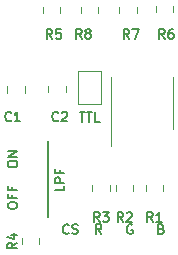
<source format=gbr>
%TF.GenerationSoftware,KiCad,Pcbnew,7.0.7*%
%TF.CreationDate,2023-09-01T15:10:47-05:00*%
%TF.ProjectId,SNES_RGB_BYPASS_AMP,534e4553-5f52-4474-925f-425950415353,rev?*%
%TF.SameCoordinates,Original*%
%TF.FileFunction,Legend,Top*%
%TF.FilePolarity,Positive*%
%FSLAX46Y46*%
G04 Gerber Fmt 4.6, Leading zero omitted, Abs format (unit mm)*
G04 Created by KiCad (PCBNEW 7.0.7) date 2023-09-01 15:10:47*
%MOMM*%
%LPD*%
G01*
G04 APERTURE LIST*
%ADD10C,0.150000*%
%ADD11C,0.120000*%
G04 APERTURE END LIST*
D10*
X133246303Y-96318104D02*
X133208207Y-96356200D01*
X133208207Y-96356200D02*
X133093922Y-96394295D01*
X133093922Y-96394295D02*
X133017731Y-96394295D01*
X133017731Y-96394295D02*
X132903445Y-96356200D01*
X132903445Y-96356200D02*
X132827255Y-96280009D01*
X132827255Y-96280009D02*
X132789160Y-96203819D01*
X132789160Y-96203819D02*
X132751064Y-96051438D01*
X132751064Y-96051438D02*
X132751064Y-95937152D01*
X132751064Y-95937152D02*
X132789160Y-95784771D01*
X132789160Y-95784771D02*
X132827255Y-95708580D01*
X132827255Y-95708580D02*
X132903445Y-95632390D01*
X132903445Y-95632390D02*
X133017731Y-95594295D01*
X133017731Y-95594295D02*
X133093922Y-95594295D01*
X133093922Y-95594295D02*
X133208207Y-95632390D01*
X133208207Y-95632390D02*
X133246303Y-95670485D01*
X133551064Y-96356200D02*
X133665350Y-96394295D01*
X133665350Y-96394295D02*
X133855826Y-96394295D01*
X133855826Y-96394295D02*
X133932017Y-96356200D01*
X133932017Y-96356200D02*
X133970112Y-96318104D01*
X133970112Y-96318104D02*
X134008207Y-96241914D01*
X134008207Y-96241914D02*
X134008207Y-96165723D01*
X134008207Y-96165723D02*
X133970112Y-96089533D01*
X133970112Y-96089533D02*
X133932017Y-96051438D01*
X133932017Y-96051438D02*
X133855826Y-96013342D01*
X133855826Y-96013342D02*
X133703445Y-95975247D01*
X133703445Y-95975247D02*
X133627255Y-95937152D01*
X133627255Y-95937152D02*
X133589160Y-95899057D01*
X133589160Y-95899057D02*
X133551064Y-95822866D01*
X133551064Y-95822866D02*
X133551064Y-95746676D01*
X133551064Y-95746676D02*
X133589160Y-95670485D01*
X133589160Y-95670485D02*
X133627255Y-95632390D01*
X133627255Y-95632390D02*
X133703445Y-95594295D01*
X133703445Y-95594295D02*
X133893922Y-95594295D01*
X133893922Y-95594295D02*
X134008207Y-95632390D01*
X136027256Y-96394295D02*
X135760589Y-96013342D01*
X135570113Y-96394295D02*
X135570113Y-95594295D01*
X135570113Y-95594295D02*
X135874875Y-95594295D01*
X135874875Y-95594295D02*
X135951065Y-95632390D01*
X135951065Y-95632390D02*
X135989160Y-95670485D01*
X135989160Y-95670485D02*
X136027256Y-95746676D01*
X136027256Y-95746676D02*
X136027256Y-95860961D01*
X136027256Y-95860961D02*
X135989160Y-95937152D01*
X135989160Y-95937152D02*
X135951065Y-95975247D01*
X135951065Y-95975247D02*
X135874875Y-96013342D01*
X135874875Y-96013342D02*
X135570113Y-96013342D01*
X138617732Y-95632390D02*
X138541542Y-95594295D01*
X138541542Y-95594295D02*
X138427256Y-95594295D01*
X138427256Y-95594295D02*
X138312970Y-95632390D01*
X138312970Y-95632390D02*
X138236780Y-95708580D01*
X138236780Y-95708580D02*
X138198685Y-95784771D01*
X138198685Y-95784771D02*
X138160589Y-95937152D01*
X138160589Y-95937152D02*
X138160589Y-96051438D01*
X138160589Y-96051438D02*
X138198685Y-96203819D01*
X138198685Y-96203819D02*
X138236780Y-96280009D01*
X138236780Y-96280009D02*
X138312970Y-96356200D01*
X138312970Y-96356200D02*
X138427256Y-96394295D01*
X138427256Y-96394295D02*
X138503447Y-96394295D01*
X138503447Y-96394295D02*
X138617732Y-96356200D01*
X138617732Y-96356200D02*
X138655828Y-96318104D01*
X138655828Y-96318104D02*
X138655828Y-96051438D01*
X138655828Y-96051438D02*
X138503447Y-96051438D01*
X141093923Y-95975247D02*
X141208209Y-96013342D01*
X141208209Y-96013342D02*
X141246304Y-96051438D01*
X141246304Y-96051438D02*
X141284400Y-96127628D01*
X141284400Y-96127628D02*
X141284400Y-96241914D01*
X141284400Y-96241914D02*
X141246304Y-96318104D01*
X141246304Y-96318104D02*
X141208209Y-96356200D01*
X141208209Y-96356200D02*
X141132019Y-96394295D01*
X141132019Y-96394295D02*
X140827257Y-96394295D01*
X140827257Y-96394295D02*
X140827257Y-95594295D01*
X140827257Y-95594295D02*
X141093923Y-95594295D01*
X141093923Y-95594295D02*
X141170114Y-95632390D01*
X141170114Y-95632390D02*
X141208209Y-95670485D01*
X141208209Y-95670485D02*
X141246304Y-95746676D01*
X141246304Y-95746676D02*
X141246304Y-95822866D01*
X141246304Y-95822866D02*
X141208209Y-95899057D01*
X141208209Y-95899057D02*
X141170114Y-95937152D01*
X141170114Y-95937152D02*
X141093923Y-95975247D01*
X141093923Y-95975247D02*
X140827257Y-95975247D01*
X131500000Y-88500000D02*
X131500000Y-95000000D01*
X134174874Y-86094295D02*
X134632017Y-86094295D01*
X134403445Y-86894295D02*
X134403445Y-86094295D01*
X134784398Y-86094295D02*
X135241541Y-86094295D01*
X135012969Y-86894295D02*
X135012969Y-86094295D01*
X135889160Y-86894295D02*
X135508208Y-86894295D01*
X135508208Y-86894295D02*
X135508208Y-86094295D01*
X128094295Y-90558458D02*
X128094295Y-90406077D01*
X128094295Y-90406077D02*
X128132390Y-90329887D01*
X128132390Y-90329887D02*
X128208580Y-90253696D01*
X128208580Y-90253696D02*
X128360961Y-90215601D01*
X128360961Y-90215601D02*
X128627628Y-90215601D01*
X128627628Y-90215601D02*
X128780009Y-90253696D01*
X128780009Y-90253696D02*
X128856200Y-90329887D01*
X128856200Y-90329887D02*
X128894295Y-90406077D01*
X128894295Y-90406077D02*
X128894295Y-90558458D01*
X128894295Y-90558458D02*
X128856200Y-90634649D01*
X128856200Y-90634649D02*
X128780009Y-90710839D01*
X128780009Y-90710839D02*
X128627628Y-90748935D01*
X128627628Y-90748935D02*
X128360961Y-90748935D01*
X128360961Y-90748935D02*
X128208580Y-90710839D01*
X128208580Y-90710839D02*
X128132390Y-90634649D01*
X128132390Y-90634649D02*
X128094295Y-90558458D01*
X128894295Y-89872744D02*
X128094295Y-89872744D01*
X128094295Y-89872744D02*
X128894295Y-89415601D01*
X128894295Y-89415601D02*
X128094295Y-89415601D01*
X132894295Y-92329887D02*
X132894295Y-92710839D01*
X132894295Y-92710839D02*
X132094295Y-92710839D01*
X132894295Y-92063220D02*
X132094295Y-92063220D01*
X132094295Y-92063220D02*
X132094295Y-91758458D01*
X132094295Y-91758458D02*
X132132390Y-91682268D01*
X132132390Y-91682268D02*
X132170485Y-91644173D01*
X132170485Y-91644173D02*
X132246676Y-91606077D01*
X132246676Y-91606077D02*
X132360961Y-91606077D01*
X132360961Y-91606077D02*
X132437152Y-91644173D01*
X132437152Y-91644173D02*
X132475247Y-91682268D01*
X132475247Y-91682268D02*
X132513342Y-91758458D01*
X132513342Y-91758458D02*
X132513342Y-92063220D01*
X132475247Y-90996554D02*
X132475247Y-91263220D01*
X132894295Y-91263220D02*
X132094295Y-91263220D01*
X132094295Y-91263220D02*
X132094295Y-90882268D01*
X128094295Y-94058458D02*
X128094295Y-93906077D01*
X128094295Y-93906077D02*
X128132390Y-93829887D01*
X128132390Y-93829887D02*
X128208580Y-93753696D01*
X128208580Y-93753696D02*
X128360961Y-93715601D01*
X128360961Y-93715601D02*
X128627628Y-93715601D01*
X128627628Y-93715601D02*
X128780009Y-93753696D01*
X128780009Y-93753696D02*
X128856200Y-93829887D01*
X128856200Y-93829887D02*
X128894295Y-93906077D01*
X128894295Y-93906077D02*
X128894295Y-94058458D01*
X128894295Y-94058458D02*
X128856200Y-94134649D01*
X128856200Y-94134649D02*
X128780009Y-94210839D01*
X128780009Y-94210839D02*
X128627628Y-94248935D01*
X128627628Y-94248935D02*
X128360961Y-94248935D01*
X128360961Y-94248935D02*
X128208580Y-94210839D01*
X128208580Y-94210839D02*
X128132390Y-94134649D01*
X128132390Y-94134649D02*
X128094295Y-94058458D01*
X128475247Y-93106078D02*
X128475247Y-93372744D01*
X128894295Y-93372744D02*
X128094295Y-93372744D01*
X128094295Y-93372744D02*
X128094295Y-92991792D01*
X128475247Y-92420364D02*
X128475247Y-92687030D01*
X128894295Y-92687030D02*
X128094295Y-92687030D01*
X128094295Y-92687030D02*
X128094295Y-92306078D01*
X128366667Y-86786104D02*
X128328571Y-86824200D01*
X128328571Y-86824200D02*
X128214286Y-86862295D01*
X128214286Y-86862295D02*
X128138095Y-86862295D01*
X128138095Y-86862295D02*
X128023809Y-86824200D01*
X128023809Y-86824200D02*
X127947619Y-86748009D01*
X127947619Y-86748009D02*
X127909524Y-86671819D01*
X127909524Y-86671819D02*
X127871428Y-86519438D01*
X127871428Y-86519438D02*
X127871428Y-86405152D01*
X127871428Y-86405152D02*
X127909524Y-86252771D01*
X127909524Y-86252771D02*
X127947619Y-86176580D01*
X127947619Y-86176580D02*
X128023809Y-86100390D01*
X128023809Y-86100390D02*
X128138095Y-86062295D01*
X128138095Y-86062295D02*
X128214286Y-86062295D01*
X128214286Y-86062295D02*
X128328571Y-86100390D01*
X128328571Y-86100390D02*
X128366667Y-86138485D01*
X129128571Y-86862295D02*
X128671428Y-86862295D01*
X128900000Y-86862295D02*
X128900000Y-86062295D01*
X128900000Y-86062295D02*
X128823809Y-86176580D01*
X128823809Y-86176580D02*
X128747619Y-86252771D01*
X128747619Y-86252771D02*
X128671428Y-86290866D01*
X131866667Y-79862295D02*
X131600000Y-79481342D01*
X131409524Y-79862295D02*
X131409524Y-79062295D01*
X131409524Y-79062295D02*
X131714286Y-79062295D01*
X131714286Y-79062295D02*
X131790476Y-79100390D01*
X131790476Y-79100390D02*
X131828571Y-79138485D01*
X131828571Y-79138485D02*
X131866667Y-79214676D01*
X131866667Y-79214676D02*
X131866667Y-79328961D01*
X131866667Y-79328961D02*
X131828571Y-79405152D01*
X131828571Y-79405152D02*
X131790476Y-79443247D01*
X131790476Y-79443247D02*
X131714286Y-79481342D01*
X131714286Y-79481342D02*
X131409524Y-79481342D01*
X132590476Y-79062295D02*
X132209524Y-79062295D01*
X132209524Y-79062295D02*
X132171428Y-79443247D01*
X132171428Y-79443247D02*
X132209524Y-79405152D01*
X132209524Y-79405152D02*
X132285714Y-79367057D01*
X132285714Y-79367057D02*
X132476190Y-79367057D01*
X132476190Y-79367057D02*
X132552381Y-79405152D01*
X132552381Y-79405152D02*
X132590476Y-79443247D01*
X132590476Y-79443247D02*
X132628571Y-79519438D01*
X132628571Y-79519438D02*
X132628571Y-79709914D01*
X132628571Y-79709914D02*
X132590476Y-79786104D01*
X132590476Y-79786104D02*
X132552381Y-79824200D01*
X132552381Y-79824200D02*
X132476190Y-79862295D01*
X132476190Y-79862295D02*
X132285714Y-79862295D01*
X132285714Y-79862295D02*
X132209524Y-79824200D01*
X132209524Y-79824200D02*
X132171428Y-79786104D01*
X128862295Y-97133332D02*
X128481342Y-97399999D01*
X128862295Y-97590475D02*
X128062295Y-97590475D01*
X128062295Y-97590475D02*
X128062295Y-97285713D01*
X128062295Y-97285713D02*
X128100390Y-97209523D01*
X128100390Y-97209523D02*
X128138485Y-97171428D01*
X128138485Y-97171428D02*
X128214676Y-97133332D01*
X128214676Y-97133332D02*
X128328961Y-97133332D01*
X128328961Y-97133332D02*
X128405152Y-97171428D01*
X128405152Y-97171428D02*
X128443247Y-97209523D01*
X128443247Y-97209523D02*
X128481342Y-97285713D01*
X128481342Y-97285713D02*
X128481342Y-97590475D01*
X128328961Y-96447618D02*
X128862295Y-96447618D01*
X128024200Y-96638094D02*
X128595628Y-96828571D01*
X128595628Y-96828571D02*
X128595628Y-96333332D01*
X135866667Y-95362295D02*
X135600000Y-94981342D01*
X135409524Y-95362295D02*
X135409524Y-94562295D01*
X135409524Y-94562295D02*
X135714286Y-94562295D01*
X135714286Y-94562295D02*
X135790476Y-94600390D01*
X135790476Y-94600390D02*
X135828571Y-94638485D01*
X135828571Y-94638485D02*
X135866667Y-94714676D01*
X135866667Y-94714676D02*
X135866667Y-94828961D01*
X135866667Y-94828961D02*
X135828571Y-94905152D01*
X135828571Y-94905152D02*
X135790476Y-94943247D01*
X135790476Y-94943247D02*
X135714286Y-94981342D01*
X135714286Y-94981342D02*
X135409524Y-94981342D01*
X136133333Y-94562295D02*
X136628571Y-94562295D01*
X136628571Y-94562295D02*
X136361905Y-94867057D01*
X136361905Y-94867057D02*
X136476190Y-94867057D01*
X136476190Y-94867057D02*
X136552381Y-94905152D01*
X136552381Y-94905152D02*
X136590476Y-94943247D01*
X136590476Y-94943247D02*
X136628571Y-95019438D01*
X136628571Y-95019438D02*
X136628571Y-95209914D01*
X136628571Y-95209914D02*
X136590476Y-95286104D01*
X136590476Y-95286104D02*
X136552381Y-95324200D01*
X136552381Y-95324200D02*
X136476190Y-95362295D01*
X136476190Y-95362295D02*
X136247619Y-95362295D01*
X136247619Y-95362295D02*
X136171428Y-95324200D01*
X136171428Y-95324200D02*
X136133333Y-95286104D01*
X137866667Y-95362295D02*
X137600000Y-94981342D01*
X137409524Y-95362295D02*
X137409524Y-94562295D01*
X137409524Y-94562295D02*
X137714286Y-94562295D01*
X137714286Y-94562295D02*
X137790476Y-94600390D01*
X137790476Y-94600390D02*
X137828571Y-94638485D01*
X137828571Y-94638485D02*
X137866667Y-94714676D01*
X137866667Y-94714676D02*
X137866667Y-94828961D01*
X137866667Y-94828961D02*
X137828571Y-94905152D01*
X137828571Y-94905152D02*
X137790476Y-94943247D01*
X137790476Y-94943247D02*
X137714286Y-94981342D01*
X137714286Y-94981342D02*
X137409524Y-94981342D01*
X138171428Y-94638485D02*
X138209524Y-94600390D01*
X138209524Y-94600390D02*
X138285714Y-94562295D01*
X138285714Y-94562295D02*
X138476190Y-94562295D01*
X138476190Y-94562295D02*
X138552381Y-94600390D01*
X138552381Y-94600390D02*
X138590476Y-94638485D01*
X138590476Y-94638485D02*
X138628571Y-94714676D01*
X138628571Y-94714676D02*
X138628571Y-94790866D01*
X138628571Y-94790866D02*
X138590476Y-94905152D01*
X138590476Y-94905152D02*
X138133333Y-95362295D01*
X138133333Y-95362295D02*
X138628571Y-95362295D01*
X138366667Y-79862295D02*
X138100000Y-79481342D01*
X137909524Y-79862295D02*
X137909524Y-79062295D01*
X137909524Y-79062295D02*
X138214286Y-79062295D01*
X138214286Y-79062295D02*
X138290476Y-79100390D01*
X138290476Y-79100390D02*
X138328571Y-79138485D01*
X138328571Y-79138485D02*
X138366667Y-79214676D01*
X138366667Y-79214676D02*
X138366667Y-79328961D01*
X138366667Y-79328961D02*
X138328571Y-79405152D01*
X138328571Y-79405152D02*
X138290476Y-79443247D01*
X138290476Y-79443247D02*
X138214286Y-79481342D01*
X138214286Y-79481342D02*
X137909524Y-79481342D01*
X138633333Y-79062295D02*
X139166667Y-79062295D01*
X139166667Y-79062295D02*
X138823809Y-79862295D01*
X134366667Y-79862295D02*
X134100000Y-79481342D01*
X133909524Y-79862295D02*
X133909524Y-79062295D01*
X133909524Y-79062295D02*
X134214286Y-79062295D01*
X134214286Y-79062295D02*
X134290476Y-79100390D01*
X134290476Y-79100390D02*
X134328571Y-79138485D01*
X134328571Y-79138485D02*
X134366667Y-79214676D01*
X134366667Y-79214676D02*
X134366667Y-79328961D01*
X134366667Y-79328961D02*
X134328571Y-79405152D01*
X134328571Y-79405152D02*
X134290476Y-79443247D01*
X134290476Y-79443247D02*
X134214286Y-79481342D01*
X134214286Y-79481342D02*
X133909524Y-79481342D01*
X134823809Y-79405152D02*
X134747619Y-79367057D01*
X134747619Y-79367057D02*
X134709524Y-79328961D01*
X134709524Y-79328961D02*
X134671428Y-79252771D01*
X134671428Y-79252771D02*
X134671428Y-79214676D01*
X134671428Y-79214676D02*
X134709524Y-79138485D01*
X134709524Y-79138485D02*
X134747619Y-79100390D01*
X134747619Y-79100390D02*
X134823809Y-79062295D01*
X134823809Y-79062295D02*
X134976190Y-79062295D01*
X134976190Y-79062295D02*
X135052381Y-79100390D01*
X135052381Y-79100390D02*
X135090476Y-79138485D01*
X135090476Y-79138485D02*
X135128571Y-79214676D01*
X135128571Y-79214676D02*
X135128571Y-79252771D01*
X135128571Y-79252771D02*
X135090476Y-79328961D01*
X135090476Y-79328961D02*
X135052381Y-79367057D01*
X135052381Y-79367057D02*
X134976190Y-79405152D01*
X134976190Y-79405152D02*
X134823809Y-79405152D01*
X134823809Y-79405152D02*
X134747619Y-79443247D01*
X134747619Y-79443247D02*
X134709524Y-79481342D01*
X134709524Y-79481342D02*
X134671428Y-79557533D01*
X134671428Y-79557533D02*
X134671428Y-79709914D01*
X134671428Y-79709914D02*
X134709524Y-79786104D01*
X134709524Y-79786104D02*
X134747619Y-79824200D01*
X134747619Y-79824200D02*
X134823809Y-79862295D01*
X134823809Y-79862295D02*
X134976190Y-79862295D01*
X134976190Y-79862295D02*
X135052381Y-79824200D01*
X135052381Y-79824200D02*
X135090476Y-79786104D01*
X135090476Y-79786104D02*
X135128571Y-79709914D01*
X135128571Y-79709914D02*
X135128571Y-79557533D01*
X135128571Y-79557533D02*
X135090476Y-79481342D01*
X135090476Y-79481342D02*
X135052381Y-79443247D01*
X135052381Y-79443247D02*
X134976190Y-79405152D01*
X140366667Y-95362295D02*
X140100000Y-94981342D01*
X139909524Y-95362295D02*
X139909524Y-94562295D01*
X139909524Y-94562295D02*
X140214286Y-94562295D01*
X140214286Y-94562295D02*
X140290476Y-94600390D01*
X140290476Y-94600390D02*
X140328571Y-94638485D01*
X140328571Y-94638485D02*
X140366667Y-94714676D01*
X140366667Y-94714676D02*
X140366667Y-94828961D01*
X140366667Y-94828961D02*
X140328571Y-94905152D01*
X140328571Y-94905152D02*
X140290476Y-94943247D01*
X140290476Y-94943247D02*
X140214286Y-94981342D01*
X140214286Y-94981342D02*
X139909524Y-94981342D01*
X141128571Y-95362295D02*
X140671428Y-95362295D01*
X140900000Y-95362295D02*
X140900000Y-94562295D01*
X140900000Y-94562295D02*
X140823809Y-94676580D01*
X140823809Y-94676580D02*
X140747619Y-94752771D01*
X140747619Y-94752771D02*
X140671428Y-94790866D01*
X141366667Y-79862295D02*
X141100000Y-79481342D01*
X140909524Y-79862295D02*
X140909524Y-79062295D01*
X140909524Y-79062295D02*
X141214286Y-79062295D01*
X141214286Y-79062295D02*
X141290476Y-79100390D01*
X141290476Y-79100390D02*
X141328571Y-79138485D01*
X141328571Y-79138485D02*
X141366667Y-79214676D01*
X141366667Y-79214676D02*
X141366667Y-79328961D01*
X141366667Y-79328961D02*
X141328571Y-79405152D01*
X141328571Y-79405152D02*
X141290476Y-79443247D01*
X141290476Y-79443247D02*
X141214286Y-79481342D01*
X141214286Y-79481342D02*
X140909524Y-79481342D01*
X142052381Y-79062295D02*
X141900000Y-79062295D01*
X141900000Y-79062295D02*
X141823809Y-79100390D01*
X141823809Y-79100390D02*
X141785714Y-79138485D01*
X141785714Y-79138485D02*
X141709524Y-79252771D01*
X141709524Y-79252771D02*
X141671428Y-79405152D01*
X141671428Y-79405152D02*
X141671428Y-79709914D01*
X141671428Y-79709914D02*
X141709524Y-79786104D01*
X141709524Y-79786104D02*
X141747619Y-79824200D01*
X141747619Y-79824200D02*
X141823809Y-79862295D01*
X141823809Y-79862295D02*
X141976190Y-79862295D01*
X141976190Y-79862295D02*
X142052381Y-79824200D01*
X142052381Y-79824200D02*
X142090476Y-79786104D01*
X142090476Y-79786104D02*
X142128571Y-79709914D01*
X142128571Y-79709914D02*
X142128571Y-79519438D01*
X142128571Y-79519438D02*
X142090476Y-79443247D01*
X142090476Y-79443247D02*
X142052381Y-79405152D01*
X142052381Y-79405152D02*
X141976190Y-79367057D01*
X141976190Y-79367057D02*
X141823809Y-79367057D01*
X141823809Y-79367057D02*
X141747619Y-79405152D01*
X141747619Y-79405152D02*
X141709524Y-79443247D01*
X141709524Y-79443247D02*
X141671428Y-79519438D01*
X132366667Y-86786104D02*
X132328571Y-86824200D01*
X132328571Y-86824200D02*
X132214286Y-86862295D01*
X132214286Y-86862295D02*
X132138095Y-86862295D01*
X132138095Y-86862295D02*
X132023809Y-86824200D01*
X132023809Y-86824200D02*
X131947619Y-86748009D01*
X131947619Y-86748009D02*
X131909524Y-86671819D01*
X131909524Y-86671819D02*
X131871428Y-86519438D01*
X131871428Y-86519438D02*
X131871428Y-86405152D01*
X131871428Y-86405152D02*
X131909524Y-86252771D01*
X131909524Y-86252771D02*
X131947619Y-86176580D01*
X131947619Y-86176580D02*
X132023809Y-86100390D01*
X132023809Y-86100390D02*
X132138095Y-86062295D01*
X132138095Y-86062295D02*
X132214286Y-86062295D01*
X132214286Y-86062295D02*
X132328571Y-86100390D01*
X132328571Y-86100390D02*
X132366667Y-86138485D01*
X132671428Y-86138485D02*
X132709524Y-86100390D01*
X132709524Y-86100390D02*
X132785714Y-86062295D01*
X132785714Y-86062295D02*
X132976190Y-86062295D01*
X132976190Y-86062295D02*
X133052381Y-86100390D01*
X133052381Y-86100390D02*
X133090476Y-86138485D01*
X133090476Y-86138485D02*
X133128571Y-86214676D01*
X133128571Y-86214676D02*
X133128571Y-86290866D01*
X133128571Y-86290866D02*
X133090476Y-86405152D01*
X133090476Y-86405152D02*
X132633333Y-86862295D01*
X132633333Y-86862295D02*
X133128571Y-86862295D01*
D11*
%TO.C,C1*%
X129513000Y-83914348D02*
X129513000Y-84436852D01*
X128043000Y-83914348D02*
X128043000Y-84436852D01*
%TO.C,U1*%
X136836000Y-85344000D02*
X136836000Y-88944000D01*
X136836000Y-85344000D02*
X136836000Y-83144000D01*
X142056000Y-85344000D02*
X142056000Y-87544000D01*
X142056000Y-85344000D02*
X142056000Y-83144000D01*
%TO.C,R5*%
X132510200Y-77157948D02*
X132510200Y-77680452D01*
X131040200Y-77157948D02*
X131040200Y-77680452D01*
%TO.C,R4*%
X130735000Y-96738748D02*
X130735000Y-97261252D01*
X129265000Y-96738748D02*
X129265000Y-97261252D01*
%TO.C,R3*%
X135265000Y-92761252D02*
X135265000Y-92238748D01*
X136735000Y-92761252D02*
X136735000Y-92238748D01*
%TO.C,R2*%
X137265000Y-92761252D02*
X137265000Y-92238748D01*
X138735000Y-92761252D02*
X138735000Y-92238748D01*
%TO.C,R7*%
X137542600Y-77157948D02*
X137542600Y-77680452D01*
X139012600Y-77157948D02*
X139012600Y-77680452D01*
%TO.C,R8*%
X134291400Y-77157948D02*
X134291400Y-77680452D01*
X135761400Y-77157948D02*
X135761400Y-77680452D01*
%TO.C,R1*%
X139765000Y-92761252D02*
X139765000Y-92238748D01*
X141235000Y-92761252D02*
X141235000Y-92238748D01*
%TO.C,R6*%
X142111400Y-77122348D02*
X142111400Y-77644852D01*
X140641400Y-77122348D02*
X140641400Y-77644852D01*
%TO.C,JP3*%
X134000000Y-85400000D02*
X134000000Y-82600000D01*
X136000000Y-85400000D02*
X134000000Y-85400000D01*
X134000000Y-82600000D02*
X136000000Y-82600000D01*
X136000000Y-82600000D02*
X136000000Y-85400000D01*
%TO.C,C2*%
X132992800Y-83863548D02*
X132992800Y-84386052D01*
X131522800Y-83863548D02*
X131522800Y-84386052D01*
%TD*%
M02*

</source>
